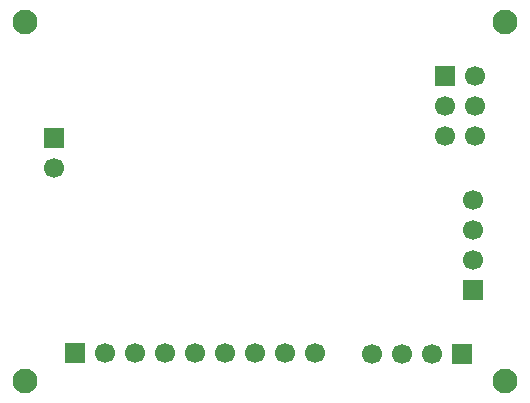
<source format=gbr>
%TF.GenerationSoftware,KiCad,Pcbnew,9.0.2*%
%TF.CreationDate,2025-09-04T16:38:10+03:00*%
%TF.ProjectId,MCU Data Logger,4d435520-4461-4746-9120-4c6f67676572,rev?*%
%TF.SameCoordinates,Original*%
%TF.FileFunction,Soldermask,Bot*%
%TF.FilePolarity,Negative*%
%FSLAX46Y46*%
G04 Gerber Fmt 4.6, Leading zero omitted, Abs format (unit mm)*
G04 Created by KiCad (PCBNEW 9.0.2) date 2025-09-04 16:38:10*
%MOMM*%
%LPD*%
G01*
G04 APERTURE LIST*
%ADD10R,1.700000X1.700000*%
%ADD11C,1.700000*%
%ADD12C,2.100000*%
G04 APERTURE END LIST*
D10*
%TO.C,ICSP*%
X162555000Y-37693600D03*
D11*
X165095000Y-37693600D03*
X162555000Y-40233600D03*
X165095000Y-40233600D03*
X162555000Y-42773600D03*
X165095000Y-42773600D03*
%TD*%
D12*
%TO.C,H1*%
X167640000Y-33070800D03*
%TD*%
%TO.C,H3*%
X167640000Y-63500000D03*
%TD*%
D10*
%TO.C,UART*%
X163957000Y-61204000D03*
D11*
X161417000Y-61204000D03*
X158877001Y-61204000D03*
X156337000Y-61204000D03*
%TD*%
D12*
%TO.C,H4*%
X127000000Y-63500000D03*
%TD*%
D10*
%TO.C,I2C*%
X164896800Y-55778400D03*
D11*
X164896800Y-53238400D03*
X164896800Y-50698401D03*
X164896800Y-48158400D03*
%TD*%
D10*
%TO.C,DIO*%
X131191000Y-61149000D03*
D11*
X133731000Y-61149000D03*
X136270999Y-61149000D03*
X138811000Y-61149000D03*
X141351000Y-61149000D03*
X143891000Y-61149000D03*
X146431000Y-61149000D03*
X148971001Y-61149000D03*
X151511000Y-61149000D03*
%TD*%
D12*
%TO.C,H2*%
X127000000Y-33070800D03*
%TD*%
D10*
%TO.C,VCC*%
X129463800Y-42906800D03*
D11*
X129463800Y-45446800D03*
%TD*%
M02*

</source>
